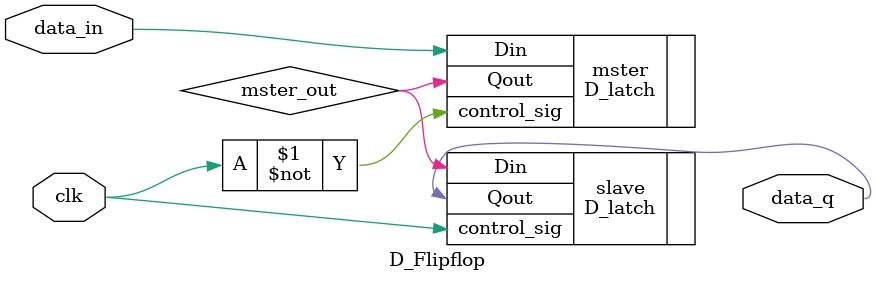
<source format=v>
module D_Flipflop (
    data_q,data_in,clk
);
    input data_in,clk;
    output data_q;

    wire data_in,clk,data_q;
    wire mster_out;
    D_latch mster (
        .Qout(mster_out),
        .Din(data_in),
        .control_sig(~clk)
    );
    D_latch slave (
        .Qout(data_q),
        .Din(mster_out),
        .control_sig(clk)
    );
    
    
endmodule
</source>
